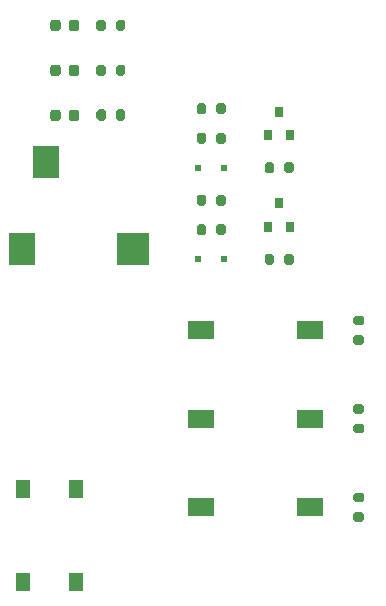
<source format=gbr>
%TF.GenerationSoftware,KiCad,Pcbnew,(5.1.10)-1*%
%TF.CreationDate,2021-11-04T15:07:12-05:00*%
%TF.ProjectId,KVLShield,4b564c53-6869-4656-9c64-2e6b69636164,1.0*%
%TF.SameCoordinates,Original*%
%TF.FileFunction,Paste,Top*%
%TF.FilePolarity,Positive*%
%FSLAX46Y46*%
G04 Gerber Fmt 4.6, Leading zero omitted, Abs format (unit mm)*
G04 Created by KiCad (PCBNEW (5.1.10)-1) date 2021-11-04 15:07:12*
%MOMM*%
%LPD*%
G01*
G04 APERTURE LIST*
%ADD10R,2.800000X2.800000*%
%ADD11R,2.200000X2.800000*%
%ADD12R,1.300000X1.550000*%
%ADD13R,0.800000X0.900000*%
%ADD14R,2.180000X1.600000*%
%ADD15R,0.500000X0.500000*%
G04 APERTURE END LIST*
D10*
%TO.C,J3*%
X123148000Y-94505000D03*
D11*
X113748000Y-94505000D03*
X115748000Y-87105000D03*
%TD*%
D12*
%TO.C,SW1*%
X113828000Y-122720000D03*
X118328000Y-122720000D03*
X118328000Y-114770000D03*
X113828000Y-114770000D03*
%TD*%
D13*
%TO.C,Q1*%
X135498000Y-82865000D03*
X136448000Y-84865000D03*
X134548000Y-84865000D03*
%TD*%
D14*
%TO.C,SW4*%
X138088000Y-116365000D03*
X128908000Y-116365000D03*
%TD*%
%TO.C,SW3*%
X138088000Y-108865000D03*
X128908000Y-108865000D03*
%TD*%
%TO.C,SW2*%
X138088000Y-101365000D03*
X128908000Y-101365000D03*
%TD*%
%TO.C,R12*%
G36*
G01*
X141973000Y-116790000D02*
X142523000Y-116790000D01*
G75*
G02*
X142723000Y-116990000I0J-200000D01*
G01*
X142723000Y-117390000D01*
G75*
G02*
X142523000Y-117590000I-200000J0D01*
G01*
X141973000Y-117590000D01*
G75*
G02*
X141773000Y-117390000I0J200000D01*
G01*
X141773000Y-116990000D01*
G75*
G02*
X141973000Y-116790000I200000J0D01*
G01*
G37*
G36*
G01*
X141973000Y-115140000D02*
X142523000Y-115140000D01*
G75*
G02*
X142723000Y-115340000I0J-200000D01*
G01*
X142723000Y-115740000D01*
G75*
G02*
X142523000Y-115940000I-200000J0D01*
G01*
X141973000Y-115940000D01*
G75*
G02*
X141773000Y-115740000I0J200000D01*
G01*
X141773000Y-115340000D01*
G75*
G02*
X141973000Y-115140000I200000J0D01*
G01*
G37*
%TD*%
%TO.C,R11*%
G36*
G01*
X141973000Y-109290000D02*
X142523000Y-109290000D01*
G75*
G02*
X142723000Y-109490000I0J-200000D01*
G01*
X142723000Y-109890000D01*
G75*
G02*
X142523000Y-110090000I-200000J0D01*
G01*
X141973000Y-110090000D01*
G75*
G02*
X141773000Y-109890000I0J200000D01*
G01*
X141773000Y-109490000D01*
G75*
G02*
X141973000Y-109290000I200000J0D01*
G01*
G37*
G36*
G01*
X141973000Y-107640000D02*
X142523000Y-107640000D01*
G75*
G02*
X142723000Y-107840000I0J-200000D01*
G01*
X142723000Y-108240000D01*
G75*
G02*
X142523000Y-108440000I-200000J0D01*
G01*
X141973000Y-108440000D01*
G75*
G02*
X141773000Y-108240000I0J200000D01*
G01*
X141773000Y-107840000D01*
G75*
G02*
X141973000Y-107640000I200000J0D01*
G01*
G37*
%TD*%
%TO.C,R10*%
G36*
G01*
X141973000Y-101790000D02*
X142523000Y-101790000D01*
G75*
G02*
X142723000Y-101990000I0J-200000D01*
G01*
X142723000Y-102390000D01*
G75*
G02*
X142523000Y-102590000I-200000J0D01*
G01*
X141973000Y-102590000D01*
G75*
G02*
X141773000Y-102390000I0J200000D01*
G01*
X141773000Y-101990000D01*
G75*
G02*
X141973000Y-101790000I200000J0D01*
G01*
G37*
G36*
G01*
X141973000Y-100140000D02*
X142523000Y-100140000D01*
G75*
G02*
X142723000Y-100340000I0J-200000D01*
G01*
X142723000Y-100740000D01*
G75*
G02*
X142523000Y-100940000I-200000J0D01*
G01*
X141973000Y-100940000D01*
G75*
G02*
X141773000Y-100740000I0J200000D01*
G01*
X141773000Y-100340000D01*
G75*
G02*
X141973000Y-100140000I200000J0D01*
G01*
G37*
%TD*%
D15*
%TO.C,D2*%
X128648000Y-95365000D03*
X130848000Y-95365000D03*
%TD*%
%TO.C,D1*%
X128648000Y-87615000D03*
X130848000Y-87615000D03*
%TD*%
%TO.C,R9*%
G36*
G01*
X120823000Y-82870000D02*
X120823000Y-83420000D01*
G75*
G02*
X120623000Y-83620000I-200000J0D01*
G01*
X120223000Y-83620000D01*
G75*
G02*
X120023000Y-83420000I0J200000D01*
G01*
X120023000Y-82870000D01*
G75*
G02*
X120223000Y-82670000I200000J0D01*
G01*
X120623000Y-82670000D01*
G75*
G02*
X120823000Y-82870000I0J-200000D01*
G01*
G37*
G36*
G01*
X122473000Y-82870000D02*
X122473000Y-83420000D01*
G75*
G02*
X122273000Y-83620000I-200000J0D01*
G01*
X121873000Y-83620000D01*
G75*
G02*
X121673000Y-83420000I0J200000D01*
G01*
X121673000Y-82870000D01*
G75*
G02*
X121873000Y-82670000I200000J0D01*
G01*
X122273000Y-82670000D01*
G75*
G02*
X122473000Y-82870000I0J-200000D01*
G01*
G37*
%TD*%
%TO.C,D5*%
G36*
G01*
X117698000Y-83441250D02*
X117698000Y-82928750D01*
G75*
G02*
X117916750Y-82710000I218750J0D01*
G01*
X118354250Y-82710000D01*
G75*
G02*
X118573000Y-82928750I0J-218750D01*
G01*
X118573000Y-83441250D01*
G75*
G02*
X118354250Y-83660000I-218750J0D01*
G01*
X117916750Y-83660000D01*
G75*
G02*
X117698000Y-83441250I0J218750D01*
G01*
G37*
G36*
G01*
X116123000Y-83441250D02*
X116123000Y-82928750D01*
G75*
G02*
X116341750Y-82710000I218750J0D01*
G01*
X116779250Y-82710000D01*
G75*
G02*
X116998000Y-82928750I0J-218750D01*
G01*
X116998000Y-83441250D01*
G75*
G02*
X116779250Y-83660000I-218750J0D01*
G01*
X116341750Y-83660000D01*
G75*
G02*
X116123000Y-83441250I0J218750D01*
G01*
G37*
%TD*%
%TO.C,D4*%
G36*
G01*
X117698000Y-79631250D02*
X117698000Y-79118750D01*
G75*
G02*
X117916750Y-78900000I218750J0D01*
G01*
X118354250Y-78900000D01*
G75*
G02*
X118573000Y-79118750I0J-218750D01*
G01*
X118573000Y-79631250D01*
G75*
G02*
X118354250Y-79850000I-218750J0D01*
G01*
X117916750Y-79850000D01*
G75*
G02*
X117698000Y-79631250I0J218750D01*
G01*
G37*
G36*
G01*
X116123000Y-79631250D02*
X116123000Y-79118750D01*
G75*
G02*
X116341750Y-78900000I218750J0D01*
G01*
X116779250Y-78900000D01*
G75*
G02*
X116998000Y-79118750I0J-218750D01*
G01*
X116998000Y-79631250D01*
G75*
G02*
X116779250Y-79850000I-218750J0D01*
G01*
X116341750Y-79850000D01*
G75*
G02*
X116123000Y-79631250I0J218750D01*
G01*
G37*
%TD*%
%TO.C,D3*%
G36*
G01*
X117698000Y-75821250D02*
X117698000Y-75308750D01*
G75*
G02*
X117916750Y-75090000I218750J0D01*
G01*
X118354250Y-75090000D01*
G75*
G02*
X118573000Y-75308750I0J-218750D01*
G01*
X118573000Y-75821250D01*
G75*
G02*
X118354250Y-76040000I-218750J0D01*
G01*
X117916750Y-76040000D01*
G75*
G02*
X117698000Y-75821250I0J218750D01*
G01*
G37*
G36*
G01*
X116123000Y-75821250D02*
X116123000Y-75308750D01*
G75*
G02*
X116341750Y-75090000I218750J0D01*
G01*
X116779250Y-75090000D01*
G75*
G02*
X116998000Y-75308750I0J-218750D01*
G01*
X116998000Y-75821250D01*
G75*
G02*
X116779250Y-76040000I-218750J0D01*
G01*
X116341750Y-76040000D01*
G75*
G02*
X116123000Y-75821250I0J218750D01*
G01*
G37*
%TD*%
D13*
%TO.C,Q2*%
X135498000Y-90615000D03*
X136448000Y-92615000D03*
X134548000Y-92615000D03*
%TD*%
%TO.C,R8*%
G36*
G01*
X120823000Y-79100000D02*
X120823000Y-79650000D01*
G75*
G02*
X120623000Y-79850000I-200000J0D01*
G01*
X120223000Y-79850000D01*
G75*
G02*
X120023000Y-79650000I0J200000D01*
G01*
X120023000Y-79100000D01*
G75*
G02*
X120223000Y-78900000I200000J0D01*
G01*
X120623000Y-78900000D01*
G75*
G02*
X120823000Y-79100000I0J-200000D01*
G01*
G37*
G36*
G01*
X122473000Y-79100000D02*
X122473000Y-79650000D01*
G75*
G02*
X122273000Y-79850000I-200000J0D01*
G01*
X121873000Y-79850000D01*
G75*
G02*
X121673000Y-79650000I0J200000D01*
G01*
X121673000Y-79100000D01*
G75*
G02*
X121873000Y-78900000I200000J0D01*
G01*
X122273000Y-78900000D01*
G75*
G02*
X122473000Y-79100000I0J-200000D01*
G01*
G37*
%TD*%
%TO.C,R7*%
G36*
G01*
X120823000Y-75290000D02*
X120823000Y-75840000D01*
G75*
G02*
X120623000Y-76040000I-200000J0D01*
G01*
X120223000Y-76040000D01*
G75*
G02*
X120023000Y-75840000I0J200000D01*
G01*
X120023000Y-75290000D01*
G75*
G02*
X120223000Y-75090000I200000J0D01*
G01*
X120623000Y-75090000D01*
G75*
G02*
X120823000Y-75290000I0J-200000D01*
G01*
G37*
G36*
G01*
X122473000Y-75290000D02*
X122473000Y-75840000D01*
G75*
G02*
X122273000Y-76040000I-200000J0D01*
G01*
X121873000Y-76040000D01*
G75*
G02*
X121673000Y-75840000I0J200000D01*
G01*
X121673000Y-75290000D01*
G75*
G02*
X121873000Y-75090000I200000J0D01*
G01*
X122273000Y-75090000D01*
G75*
G02*
X122473000Y-75290000I0J-200000D01*
G01*
G37*
%TD*%
%TO.C,R6*%
G36*
G01*
X135073000Y-95090000D02*
X135073000Y-95640000D01*
G75*
G02*
X134873000Y-95840000I-200000J0D01*
G01*
X134473000Y-95840000D01*
G75*
G02*
X134273000Y-95640000I0J200000D01*
G01*
X134273000Y-95090000D01*
G75*
G02*
X134473000Y-94890000I200000J0D01*
G01*
X134873000Y-94890000D01*
G75*
G02*
X135073000Y-95090000I0J-200000D01*
G01*
G37*
G36*
G01*
X136723000Y-95090000D02*
X136723000Y-95640000D01*
G75*
G02*
X136523000Y-95840000I-200000J0D01*
G01*
X136123000Y-95840000D01*
G75*
G02*
X135923000Y-95640000I0J200000D01*
G01*
X135923000Y-95090000D01*
G75*
G02*
X136123000Y-94890000I200000J0D01*
G01*
X136523000Y-94890000D01*
G75*
G02*
X136723000Y-95090000I0J-200000D01*
G01*
G37*
%TD*%
%TO.C,R5*%
G36*
G01*
X130173000Y-93140000D02*
X130173000Y-92590000D01*
G75*
G02*
X130373000Y-92390000I200000J0D01*
G01*
X130773000Y-92390000D01*
G75*
G02*
X130973000Y-92590000I0J-200000D01*
G01*
X130973000Y-93140000D01*
G75*
G02*
X130773000Y-93340000I-200000J0D01*
G01*
X130373000Y-93340000D01*
G75*
G02*
X130173000Y-93140000I0J200000D01*
G01*
G37*
G36*
G01*
X128523000Y-93140000D02*
X128523000Y-92590000D01*
G75*
G02*
X128723000Y-92390000I200000J0D01*
G01*
X129123000Y-92390000D01*
G75*
G02*
X129323000Y-92590000I0J-200000D01*
G01*
X129323000Y-93140000D01*
G75*
G02*
X129123000Y-93340000I-200000J0D01*
G01*
X128723000Y-93340000D01*
G75*
G02*
X128523000Y-93140000I0J200000D01*
G01*
G37*
%TD*%
%TO.C,R4*%
G36*
G01*
X130173000Y-90640000D02*
X130173000Y-90090000D01*
G75*
G02*
X130373000Y-89890000I200000J0D01*
G01*
X130773000Y-89890000D01*
G75*
G02*
X130973000Y-90090000I0J-200000D01*
G01*
X130973000Y-90640000D01*
G75*
G02*
X130773000Y-90840000I-200000J0D01*
G01*
X130373000Y-90840000D01*
G75*
G02*
X130173000Y-90640000I0J200000D01*
G01*
G37*
G36*
G01*
X128523000Y-90640000D02*
X128523000Y-90090000D01*
G75*
G02*
X128723000Y-89890000I200000J0D01*
G01*
X129123000Y-89890000D01*
G75*
G02*
X129323000Y-90090000I0J-200000D01*
G01*
X129323000Y-90640000D01*
G75*
G02*
X129123000Y-90840000I-200000J0D01*
G01*
X128723000Y-90840000D01*
G75*
G02*
X128523000Y-90640000I0J200000D01*
G01*
G37*
%TD*%
%TO.C,R3*%
G36*
G01*
X135073000Y-87340000D02*
X135073000Y-87890000D01*
G75*
G02*
X134873000Y-88090000I-200000J0D01*
G01*
X134473000Y-88090000D01*
G75*
G02*
X134273000Y-87890000I0J200000D01*
G01*
X134273000Y-87340000D01*
G75*
G02*
X134473000Y-87140000I200000J0D01*
G01*
X134873000Y-87140000D01*
G75*
G02*
X135073000Y-87340000I0J-200000D01*
G01*
G37*
G36*
G01*
X136723000Y-87340000D02*
X136723000Y-87890000D01*
G75*
G02*
X136523000Y-88090000I-200000J0D01*
G01*
X136123000Y-88090000D01*
G75*
G02*
X135923000Y-87890000I0J200000D01*
G01*
X135923000Y-87340000D01*
G75*
G02*
X136123000Y-87140000I200000J0D01*
G01*
X136523000Y-87140000D01*
G75*
G02*
X136723000Y-87340000I0J-200000D01*
G01*
G37*
%TD*%
%TO.C,R2*%
G36*
G01*
X130173000Y-85390000D02*
X130173000Y-84840000D01*
G75*
G02*
X130373000Y-84640000I200000J0D01*
G01*
X130773000Y-84640000D01*
G75*
G02*
X130973000Y-84840000I0J-200000D01*
G01*
X130973000Y-85390000D01*
G75*
G02*
X130773000Y-85590000I-200000J0D01*
G01*
X130373000Y-85590000D01*
G75*
G02*
X130173000Y-85390000I0J200000D01*
G01*
G37*
G36*
G01*
X128523000Y-85390000D02*
X128523000Y-84840000D01*
G75*
G02*
X128723000Y-84640000I200000J0D01*
G01*
X129123000Y-84640000D01*
G75*
G02*
X129323000Y-84840000I0J-200000D01*
G01*
X129323000Y-85390000D01*
G75*
G02*
X129123000Y-85590000I-200000J0D01*
G01*
X128723000Y-85590000D01*
G75*
G02*
X128523000Y-85390000I0J200000D01*
G01*
G37*
%TD*%
%TO.C,R1*%
G36*
G01*
X130173000Y-82890000D02*
X130173000Y-82340000D01*
G75*
G02*
X130373000Y-82140000I200000J0D01*
G01*
X130773000Y-82140000D01*
G75*
G02*
X130973000Y-82340000I0J-200000D01*
G01*
X130973000Y-82890000D01*
G75*
G02*
X130773000Y-83090000I-200000J0D01*
G01*
X130373000Y-83090000D01*
G75*
G02*
X130173000Y-82890000I0J200000D01*
G01*
G37*
G36*
G01*
X128523000Y-82890000D02*
X128523000Y-82340000D01*
G75*
G02*
X128723000Y-82140000I200000J0D01*
G01*
X129123000Y-82140000D01*
G75*
G02*
X129323000Y-82340000I0J-200000D01*
G01*
X129323000Y-82890000D01*
G75*
G02*
X129123000Y-83090000I-200000J0D01*
G01*
X128723000Y-83090000D01*
G75*
G02*
X128523000Y-82890000I0J200000D01*
G01*
G37*
%TD*%
M02*

</source>
